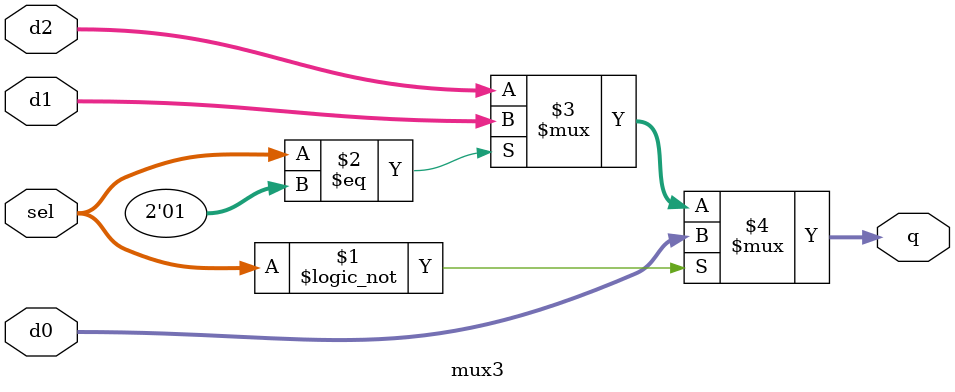
<source format=v>
`timescale 1ns / 1ps


module mux3 #(parameter WIDTH = 32)(
    input  [WIDTH-1:0] d0, d1, d2,
    input  [1:0] sel,
    output [WIDTH-1:0] q
    );

    assign q = (sel == 2'd0) ? d0 : ((sel == 2'd1) ? d1 : d2);

endmodule

</source>
